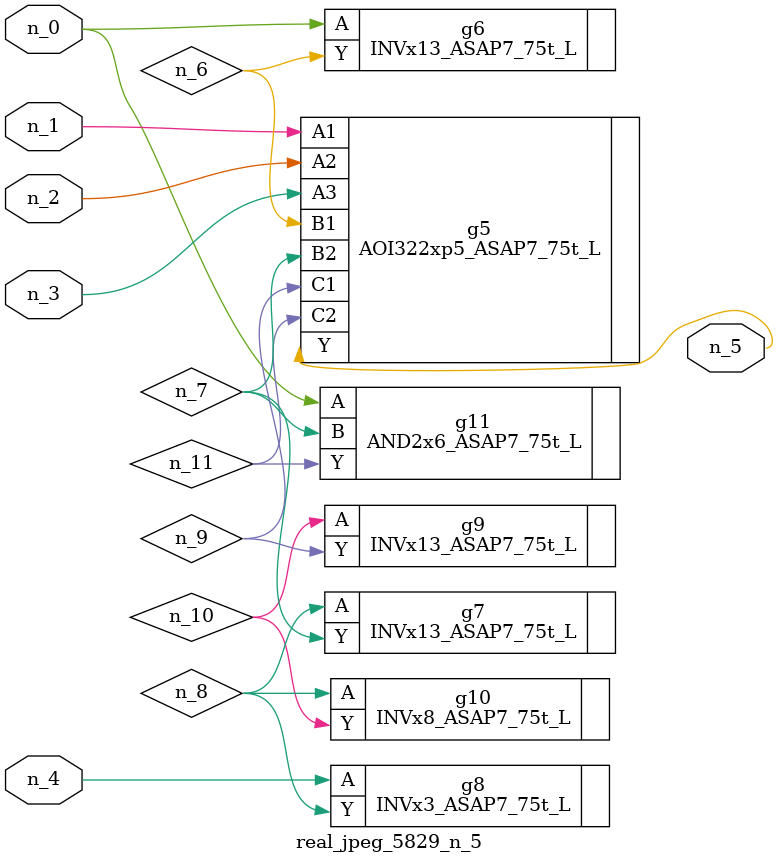
<source format=v>
module real_jpeg_5829_n_5 (n_4, n_0, n_1, n_2, n_3, n_5);

input n_4;
input n_0;
input n_1;
input n_2;
input n_3;

output n_5;

wire n_8;
wire n_11;
wire n_6;
wire n_7;
wire n_10;
wire n_9;

INVx13_ASAP7_75t_L g6 ( 
.A(n_0),
.Y(n_6)
);

AND2x6_ASAP7_75t_L g11 ( 
.A(n_0),
.B(n_7),
.Y(n_11)
);

AOI322xp5_ASAP7_75t_L g5 ( 
.A1(n_1),
.A2(n_2),
.A3(n_3),
.B1(n_6),
.B2(n_7),
.C1(n_9),
.C2(n_11),
.Y(n_5)
);

INVx3_ASAP7_75t_L g8 ( 
.A(n_4),
.Y(n_8)
);

INVx13_ASAP7_75t_L g7 ( 
.A(n_8),
.Y(n_7)
);

INVx8_ASAP7_75t_L g10 ( 
.A(n_8),
.Y(n_10)
);

INVx13_ASAP7_75t_L g9 ( 
.A(n_10),
.Y(n_9)
);


endmodule
</source>
